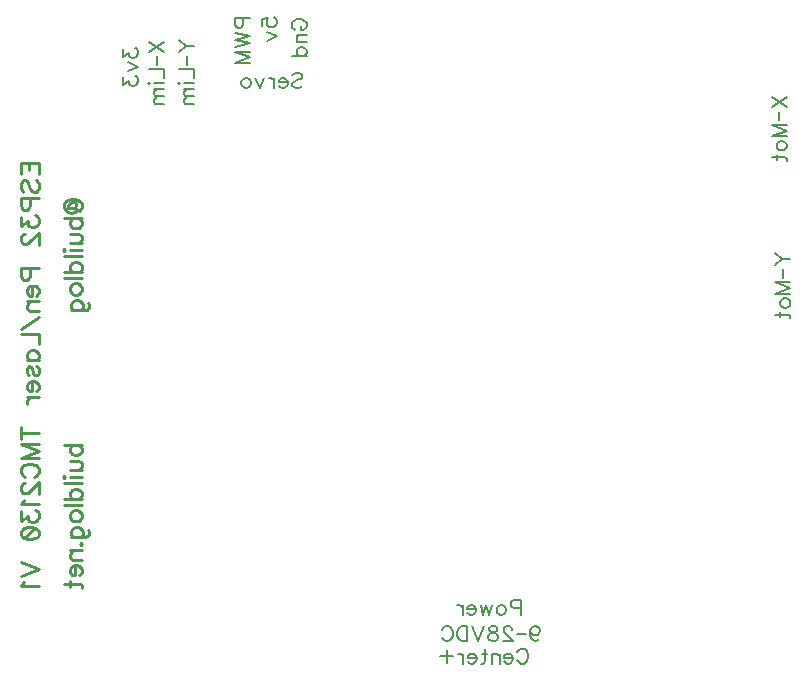
<source format=gbr>
G04 DipTrace 3.3.0.0*
G04 BottomSilk.gbr*
%MOIN*%
G04 #@! TF.FileFunction,Legend,Bot*
G04 #@! TF.Part,Single*
%ADD107C,0.00772*%
%ADD108C,0.009264*%
%FSLAX26Y26*%
G04*
G70*
G90*
G75*
G01*
G04 BotSilk*
%LPD*%
X772399Y2490385D2*
D107*
Y2464132D1*
X791522Y2478447D1*
Y2471262D1*
X793898Y2466508D1*
X796275Y2464132D1*
X803460Y2461700D1*
X808213D1*
X815398Y2464132D1*
X820207Y2468885D1*
X822583Y2476070D1*
Y2483255D1*
X820207Y2490385D1*
X817775Y2492761D1*
X813022Y2495193D1*
X789090Y2446261D2*
X822583Y2431891D1*
X789090Y2417576D1*
X772399Y2397328D2*
X772398Y2371075D1*
X791522Y2385390D1*
Y2378205D1*
X793898Y2373452D1*
X796275Y2371075D1*
X803460Y2368643D1*
X808213D1*
X815398Y2371075D1*
X820207Y2375828D1*
X822583Y2383013D1*
Y2390198D1*
X820207Y2397328D1*
X817775Y2399705D1*
X813022Y2402137D1*
X859843Y2515194D2*
X910083Y2481700D1*
X859843D2*
X910083Y2515194D1*
X884991Y2466261D2*
Y2438626D1*
X859843Y2423187D2*
X910083D1*
Y2394502D1*
X859843Y2379063D2*
X862220Y2376686D1*
X859843Y2374254D1*
X857411Y2376686D1*
X859843Y2379063D1*
X876590Y2376686D2*
X910083D1*
X876590Y2358815D2*
X910083D1*
X886152D2*
X878967Y2351630D1*
X876590Y2346822D1*
Y2339692D1*
X878967Y2334884D1*
X886152Y2332507D1*
X910083D1*
X886152D2*
X878967Y2325322D1*
X876590Y2320513D1*
Y2313384D1*
X878966Y2308575D1*
X886152Y2306143D1*
X910083D1*
X959843Y2519947D2*
X983775Y2500823D1*
X1010083D1*
X959843Y2481700D2*
X983775Y2500823D1*
X984991Y2466261D2*
Y2438626D1*
X959843Y2423187D2*
X1010083D1*
Y2394502D1*
X959843Y2379063D2*
X962220Y2376686D1*
X959843Y2374254D1*
X957411Y2376686D1*
X959843Y2379063D1*
X976590Y2376686D2*
X1010083D1*
X976590Y2358815D2*
X1010083D1*
X986152D2*
X978967Y2351630D1*
X976590Y2346822D1*
Y2339692D1*
X978967Y2334884D1*
X986152Y2332507D1*
X1010083D1*
X986152D2*
X978967Y2325322D1*
X976590Y2320513D1*
Y2313384D1*
X978966Y2308575D1*
X986152Y2306143D1*
X1010083D1*
X1173652Y2594125D2*
Y2572570D1*
X1171275Y2565440D1*
X1168843Y2563008D1*
X1164090Y2560632D1*
X1156905D1*
X1152152Y2563008D1*
X1149720Y2565440D1*
X1147343Y2572570D1*
Y2594125D1*
X1197583D1*
X1147343Y2545192D2*
X1197583Y2533199D1*
X1147343Y2521261D1*
X1197583Y2509323D1*
X1147343Y2497329D1*
X1197583Y2443643D2*
X1147343D1*
X1197583Y2462767D1*
X1147343Y2481890D1*
X1197583D1*
X1234899Y2567576D2*
Y2591452D1*
X1256398Y2593829D1*
X1254022Y2591452D1*
X1251590Y2584267D1*
Y2577138D1*
X1254022Y2569953D1*
X1258775Y2565144D1*
X1265960Y2562767D1*
X1270713D1*
X1277898Y2565144D1*
X1282707Y2569952D1*
X1285083Y2577138D1*
Y2584267D1*
X1282707Y2591452D1*
X1280275Y2593829D1*
X1275522Y2596261D1*
X1251590Y2547328D2*
X1285083Y2532958D1*
X1251590Y2518643D1*
X1346781Y2554515D2*
X1342028Y2556892D1*
X1337220Y2561700D1*
X1334843Y2566453D1*
Y2576015D1*
X1337220Y2580823D1*
X1342028Y2585576D1*
X1346781Y2588008D1*
X1353967Y2590385D1*
X1365960D1*
X1373090Y2588008D1*
X1377898Y2585576D1*
X1382651Y2580823D1*
X1385083Y2576015D1*
Y2566453D1*
X1382651Y2561700D1*
X1377898Y2556892D1*
X1373090Y2554515D1*
X1365960D1*
Y2566453D1*
X1351590Y2539076D2*
X1385083D1*
X1361152D2*
X1353967Y2531891D1*
X1351590Y2527082D1*
Y2519953D1*
X1353967Y2515144D1*
X1361152Y2512767D1*
X1385083D1*
X1334843Y2468643D2*
X1385083D1*
X1358775D2*
X1353966Y2473397D1*
X1351590Y2478205D1*
Y2485390D1*
X1353967Y2490143D1*
X1358775Y2494952D1*
X1365960Y2497328D1*
X1370713D1*
X1377898Y2494952D1*
X1382651Y2490143D1*
X1385083Y2485390D1*
Y2478205D1*
X1382651Y2473397D1*
X1377898Y2468643D1*
X1337190Y2403548D2*
X1341943Y2408356D1*
X1349128Y2410733D1*
X1358690D1*
X1365875Y2408356D1*
X1370683Y2403548D1*
Y2398795D1*
X1368251Y2393986D1*
X1365875Y2391610D1*
X1361122Y2389233D1*
X1346752Y2384425D1*
X1341943Y2382048D1*
X1339567Y2379616D1*
X1337190Y2374863D1*
Y2367678D1*
X1341943Y2362925D1*
X1349128Y2360493D1*
X1358690D1*
X1365875Y2362925D1*
X1370683Y2367678D1*
X1321751Y2379616D2*
X1293066D1*
Y2384425D1*
X1295442Y2389233D1*
X1297819Y2391610D1*
X1302627Y2393986D1*
X1309813D1*
X1314566Y2391610D1*
X1319374Y2386801D1*
X1321751Y2379616D1*
Y2374863D1*
X1319374Y2367678D1*
X1314566Y2362925D1*
X1309813Y2360493D1*
X1302627D1*
X1297819Y2362925D1*
X1293066Y2367678D1*
X1277627Y2393986D2*
Y2360493D1*
Y2379616D2*
X1275195Y2386801D1*
X1270442Y2391610D1*
X1265633Y2393986D1*
X1258448D1*
X1243009D2*
X1228639Y2360493D1*
X1214324Y2393986D1*
X1186946D2*
X1191700Y2391610D1*
X1196508Y2386801D1*
X1198885Y2379616D1*
Y2374863D1*
X1196508Y2367678D1*
X1191700Y2362925D1*
X1186946Y2360493D1*
X1179761D1*
X1174953Y2362925D1*
X1170200Y2367678D1*
X1167768Y2374863D1*
Y2379616D1*
X1170200Y2386801D1*
X1174953Y2391610D1*
X1179761Y2393986D1*
X1186946D1*
X2947343Y1809768D2*
X2971275Y1790645D1*
X2997583D1*
X2947343Y1771522D2*
X2971275Y1790645D1*
X2972491Y1756082D2*
Y1728448D1*
X2997583Y1674762D2*
X2947343D1*
X2997583Y1693885D1*
X2947343Y1713008D1*
X2997583D1*
X2964090Y1647384D2*
X2966467Y1652138D1*
X2971275Y1656946D1*
X2978460Y1659323D1*
X2983213D1*
X2990398Y1656946D1*
X2995151Y1652138D1*
X2997583Y1647384D1*
Y1640199D1*
X2995151Y1635391D1*
X2990398Y1630638D1*
X2983213Y1628206D1*
X2978460D1*
X2971275Y1630638D1*
X2966467Y1635391D1*
X2964090Y1640199D1*
Y1647384D1*
X2947343Y1605582D2*
X2988022D1*
X2995151Y1603205D1*
X2997583Y1598397D1*
Y1593643D1*
X2964090Y1612767D2*
Y1596020D1*
X2934843Y2330015D2*
X2985083Y2296522D1*
X2934843D2*
X2985083Y2330015D1*
X2959991Y2281082D2*
Y2253448D1*
X2985083Y2199762D2*
X2934843D1*
X2985083Y2218885D1*
X2934843Y2238008D1*
X2985083D1*
X2951590Y2172384D2*
X2953967Y2177138D1*
X2958775Y2181946D1*
X2965960Y2184323D1*
X2970713D1*
X2977898Y2181946D1*
X2982651Y2177138D1*
X2985083Y2172384D1*
Y2165199D1*
X2982651Y2160391D1*
X2977898Y2155638D1*
X2970713Y2153206D1*
X2965960D1*
X2958775Y2155638D1*
X2953967Y2160391D1*
X2951590Y2165199D1*
Y2172384D1*
X2934843Y2130582D2*
X2975522D1*
X2982651Y2128205D1*
X2985083Y2123397D1*
Y2118643D1*
X2951590Y2137767D2*
Y2121020D1*
X2098640Y628530D2*
X2077085D1*
X2069955Y630906D1*
X2067523Y633338D1*
X2065147Y638091D1*
Y645276D1*
X2067523Y650029D1*
X2069955Y652461D1*
X2077085Y654838D1*
X2098640D1*
Y604598D1*
X2037769Y638091D2*
X2042522Y635715D1*
X2047331Y630906D1*
X2049707Y623721D1*
Y618968D1*
X2047331Y611783D1*
X2042522Y607030D1*
X2037769Y604598D1*
X2030584D1*
X2025776Y607030D1*
X2021022Y611783D1*
X2018591Y618968D1*
Y623721D1*
X2021022Y630906D1*
X2025776Y635715D1*
X2030584Y638091D1*
X2037769D1*
X2003151D2*
X1993590Y604598D1*
X1984028Y638091D1*
X1974466Y604598D1*
X1964905Y638091D1*
X1949466Y623721D2*
X1920781D1*
Y628530D1*
X1923157Y633338D1*
X1925534Y635715D1*
X1930342Y638091D1*
X1937527D1*
X1942281Y635715D1*
X1947089Y630906D1*
X1949466Y623721D1*
Y618968D1*
X1947089Y611783D1*
X1942281Y607030D1*
X1937527Y604598D1*
X1930342D1*
X1925534Y607030D1*
X1920781Y611783D1*
X1905341Y638091D2*
Y604598D1*
Y623721D2*
X1902910Y630906D1*
X1898156Y635715D1*
X1893348Y638091D1*
X1886163D1*
X2130976Y550591D2*
X2133408Y543406D1*
X2138161Y538598D1*
X2145346Y536221D1*
X2147722D1*
X2154907Y538598D1*
X2159661Y543406D1*
X2162092Y550591D1*
Y552968D1*
X2159661Y560153D1*
X2154907Y564906D1*
X2147722Y567283D1*
X2145346D1*
X2138161Y564906D1*
X2133408Y560153D1*
X2130976Y550591D1*
Y538598D1*
X2133408Y526660D1*
X2138161Y519474D1*
X2145346Y517098D1*
X2150099D1*
X2157284Y519474D1*
X2159661Y524283D1*
X2115536Y542190D2*
X2087902D1*
X2070031Y555344D2*
Y557721D1*
X2067654Y562529D1*
X2065277Y564906D1*
X2060469Y567283D1*
X2050907D1*
X2046154Y564906D1*
X2043778Y562529D1*
X2041346Y557721D1*
Y552968D1*
X2043778Y548159D1*
X2048531Y541030D1*
X2072462Y517098D1*
X2038969D1*
X2011592Y567283D2*
X2018721Y564906D1*
X2021153Y560153D1*
Y555344D1*
X2018721Y550591D1*
X2013968Y548159D1*
X2004407Y545783D1*
X1997222Y543406D1*
X1992468Y538598D1*
X1990092Y533845D1*
Y526660D1*
X1992468Y521906D1*
X1994845Y519474D1*
X2002030Y517098D1*
X2011592D1*
X2018721Y519474D1*
X2021153Y521906D1*
X2023530Y526660D1*
Y533845D1*
X2021153Y538598D1*
X2016345Y543406D1*
X2009215Y545783D1*
X1999653Y548159D1*
X1994845Y550591D1*
X1992468Y555344D1*
Y560153D1*
X1994845Y564906D1*
X2002030Y567283D1*
X2011592D1*
X1974653Y567338D2*
X1955529Y517098D1*
X1936406Y567338D1*
X1920967D2*
Y517098D1*
X1904220D1*
X1897035Y519530D1*
X1892227Y524283D1*
X1889850Y529091D1*
X1887473Y536221D1*
Y548215D1*
X1889850Y555400D1*
X1892227Y560153D1*
X1897035Y564961D1*
X1904220Y567338D1*
X1920967D1*
X1836164Y555400D2*
X1838541Y560153D1*
X1843349Y564961D1*
X1848102Y567338D1*
X1857664D1*
X1862473Y564961D1*
X1867226Y560153D1*
X1869658Y555400D1*
X1872034Y548215D1*
Y536221D1*
X1869658Y529091D1*
X1867226Y524283D1*
X1862473Y519530D1*
X1857664Y517098D1*
X1848102D1*
X1843349Y519530D1*
X1838541Y524283D1*
X1836164Y529091D1*
X2087584Y480400D2*
X2089961Y485153D1*
X2094769Y489961D1*
X2099522Y492338D1*
X2109084D1*
X2113892Y489961D1*
X2118645Y485153D1*
X2121077Y480400D1*
X2123454Y473215D1*
Y461221D1*
X2121077Y454091D1*
X2118645Y449283D1*
X2113892Y444530D1*
X2109084Y442098D1*
X2099522D1*
X2094769Y444530D1*
X2089961Y449283D1*
X2087584Y454091D1*
X2072145Y461221D2*
X2043460D1*
Y466030D1*
X2045836Y470838D1*
X2048213Y473215D1*
X2053021Y475591D1*
X2060206D1*
X2064960Y473215D1*
X2069768Y468406D1*
X2072145Y461221D1*
Y456468D1*
X2069768Y449283D1*
X2064960Y444530D1*
X2060206Y442098D1*
X2053021D1*
X2048213Y444530D1*
X2043460Y449283D1*
X2028021Y475591D2*
Y442098D1*
Y466030D2*
X2020836Y473215D1*
X2016027Y475591D1*
X2008897D1*
X2004089Y473215D1*
X2001712Y466030D1*
Y442098D1*
X1979088Y492338D2*
Y451660D1*
X1976711Y444530D1*
X1971903Y442098D1*
X1967150D1*
X1986273Y475591D2*
X1969526D1*
X1951710Y461221D2*
X1923026D1*
Y466030D1*
X1925402Y470838D1*
X1927779Y473215D1*
X1932587Y475591D1*
X1939772D1*
X1944525Y473215D1*
X1949334Y468406D1*
X1951710Y461221D1*
Y456468D1*
X1949334Y449283D1*
X1944525Y444530D1*
X1939772Y442098D1*
X1932587D1*
X1927779Y444530D1*
X1923026Y449283D1*
X1907586Y475591D2*
Y442098D1*
Y461221D2*
X1905154Y468406D1*
X1900401Y473215D1*
X1895593Y475591D1*
X1888408D1*
X1851469Y488718D2*
Y445663D1*
X1872969Y467163D2*
X1829914D1*
X431986Y2072606D2*
D108*
Y2109880D1*
X492274D1*
Y2072606D1*
X460704Y2109880D2*
Y2086932D1*
X440608Y2013887D2*
X434838Y2019591D1*
X431986Y2028213D1*
Y2039687D1*
X434838Y2048309D1*
X440608Y2054079D1*
X446311D1*
X452082Y2051161D1*
X454934Y2048309D1*
X457785Y2042605D1*
X463556Y2025361D1*
X466407Y2019591D1*
X469326Y2016739D1*
X475030Y2013887D1*
X483652D1*
X489355Y2019591D1*
X492274Y2028213D1*
Y2039687D1*
X489355Y2048309D1*
X483652Y2054079D1*
X463556Y1995360D2*
Y1969494D1*
X460704Y1960938D1*
X457785Y1958020D1*
X452082Y1955168D1*
X443460D1*
X437756Y1958020D1*
X434838Y1960938D1*
X431986Y1969494D1*
Y1995360D1*
X492274D1*
X432052Y1930871D2*
Y1899367D1*
X455000Y1916545D1*
Y1907923D1*
X457852Y1902219D1*
X460704Y1899367D1*
X469326Y1896449D1*
X475030D1*
X483652Y1899367D1*
X489422Y1905071D1*
X492274Y1913693D1*
Y1922315D1*
X489422Y1930871D1*
X486503Y1933723D1*
X480800Y1936641D1*
X446378Y1875004D2*
X443526D1*
X437756Y1872152D1*
X434904Y1869300D1*
X432052Y1863530D1*
Y1852056D1*
X434904Y1846352D1*
X437756Y1843500D1*
X443526Y1840582D1*
X449230D1*
X455000Y1843500D1*
X463556Y1849204D1*
X492274Y1877922D1*
Y1837730D1*
X463556Y1760882D2*
Y1735016D1*
X460704Y1726460D1*
X457785Y1723542D1*
X452082Y1720690D1*
X443460D1*
X437756Y1723542D1*
X434838Y1726460D1*
X431986Y1735016D1*
Y1760882D1*
X492274D1*
X469326Y1702163D2*
Y1667741D1*
X463556D1*
X457785Y1670593D1*
X454934Y1673445D1*
X452082Y1679215D1*
Y1687837D1*
X454934Y1693541D1*
X460704Y1699311D1*
X469326Y1702163D1*
X475030D1*
X483652Y1699311D1*
X489355Y1693541D1*
X492274Y1687837D1*
Y1679215D1*
X489355Y1673445D1*
X483652Y1667741D1*
X452082Y1649214D2*
X492274D1*
X463556D2*
X454934Y1640592D1*
X452082Y1634822D1*
Y1626266D1*
X454934Y1620496D1*
X463556Y1617644D1*
X492274D1*
Y1599117D2*
X432052Y1558925D1*
X431986Y1540398D2*
X492274D1*
Y1505976D1*
X452082Y1453027D2*
X492274D1*
X460704D2*
X454934Y1458731D1*
X452082Y1464501D1*
Y1473056D1*
X454934Y1478827D1*
X460704Y1484530D1*
X469326Y1487449D1*
X475030D1*
X483652Y1484530D1*
X489355Y1478827D1*
X492274Y1473056D1*
Y1464501D1*
X489355Y1458731D1*
X483652Y1453027D1*
X460704Y1402930D2*
X454934Y1405782D1*
X452082Y1414404D1*
Y1423026D1*
X454934Y1431648D1*
X460704Y1434500D1*
X466407Y1431648D1*
X469326Y1425878D1*
X472178Y1411552D1*
X475030Y1405782D1*
X480800Y1402930D1*
X483652D1*
X489355Y1405782D1*
X492274Y1414404D1*
Y1423026D1*
X489355Y1431648D1*
X483652Y1434500D1*
X469326Y1384403D2*
Y1349981D1*
X463556D1*
X457785Y1352833D1*
X454934Y1355685D1*
X452082Y1361455D1*
Y1370077D1*
X454934Y1375781D1*
X460704Y1381551D1*
X469326Y1384403D1*
X475030D1*
X483652Y1381551D1*
X489355Y1375781D1*
X492274Y1370077D1*
Y1361455D1*
X489355Y1355685D1*
X483652Y1349981D1*
X452082Y1331454D2*
X492274D1*
X469326D2*
X460704Y1328535D1*
X454934Y1322832D1*
X452082Y1317061D1*
Y1308439D1*
X431986Y1211495D2*
X492274D1*
X431986Y1231591D2*
Y1191399D1*
X492274Y1126976D2*
X431986D1*
X492274Y1149924D1*
X431986Y1172872D1*
X492274D1*
X446311Y1065405D2*
X440608Y1068257D1*
X434838Y1074027D1*
X431986Y1079731D1*
Y1091205D1*
X434838Y1096975D1*
X440608Y1102679D1*
X446311Y1105597D1*
X454934Y1108449D1*
X469326D1*
X477881Y1105597D1*
X483652Y1102679D1*
X489355Y1096975D1*
X492274Y1091205D1*
Y1079731D1*
X489355Y1074027D1*
X483652Y1068257D1*
X477881Y1065405D1*
X446378Y1043960D2*
X443526D1*
X437756Y1041108D1*
X434904Y1038256D1*
X432052Y1032486D1*
Y1021012D1*
X434904Y1015308D1*
X437756Y1012456D1*
X443526Y1009538D1*
X449230D1*
X455000Y1012456D1*
X463556Y1018160D1*
X492274Y1046878D1*
Y1006686D1*
X443526Y988159D2*
X440608Y982389D1*
X432052Y973767D1*
X492274D1*
X432052Y949470D2*
Y917966D1*
X455000Y935144D1*
Y926522D1*
X457852Y920818D1*
X460704Y917966D1*
X469326Y915048D1*
X475030D1*
X483652Y917966D1*
X489422Y923670D1*
X492274Y932292D1*
Y940914D1*
X489422Y949470D1*
X486503Y952321D1*
X480800Y955240D1*
X432052Y879277D2*
X434904Y887899D1*
X443526Y893669D1*
X457852Y896521D1*
X466474D1*
X480800Y893669D1*
X489422Y887899D1*
X492274Y879277D1*
Y873573D1*
X489422Y864951D1*
X480800Y859247D1*
X466474Y856329D1*
X457852D1*
X443526Y859247D1*
X434904Y864951D1*
X432052Y873573D1*
Y879277D1*
X443526Y859247D2*
X480800Y893669D1*
X431986Y779480D2*
X492274Y756532D1*
X431986Y733585D1*
X443526Y715058D2*
X440608Y709287D1*
X432052Y700665D1*
X492274D1*
X575735Y1170869D2*
X636023D1*
X604453D2*
X598683Y1165099D1*
X595831Y1159395D1*
Y1150773D1*
X598683Y1145069D1*
X604453Y1139299D1*
X613075Y1136447D1*
X618779D1*
X627401Y1139299D1*
X633105Y1145069D1*
X636023Y1150773D1*
Y1159395D1*
X633105Y1165099D1*
X627401Y1170869D1*
X595831Y1117920D2*
X624549D1*
X633105Y1115068D1*
X636023Y1109298D1*
Y1100676D1*
X633105Y1094972D1*
X624549Y1086350D1*
X595831D2*
X636023D1*
X575735Y1067823D2*
X578587Y1064971D1*
X575735Y1062053D1*
X572817Y1064971D1*
X575735Y1067823D1*
X595831Y1064971D2*
X636023D1*
X575735Y1043526D2*
X636023D1*
X575735Y990577D2*
X636023D1*
X604453D2*
X598683Y996281D1*
X595831Y1002051D1*
Y1010673D1*
X598683Y1016377D1*
X604453Y1022147D1*
X613075Y1024999D1*
X618779D1*
X627401Y1022147D1*
X633105Y1016377D1*
X636023Y1010673D1*
Y1002051D1*
X633105Y996281D1*
X627401Y990577D1*
X575735Y972050D2*
X636023D1*
X595831Y939197D2*
X598683Y944901D1*
X604453Y950671D1*
X613075Y953523D1*
X618779D1*
X627401Y950671D1*
X633105Y944901D1*
X636023Y939197D1*
Y930575D1*
X633105Y924805D1*
X627401Y919101D1*
X618779Y916182D1*
X613075D1*
X604453Y919101D1*
X598683Y924805D1*
X595831Y930575D1*
Y939197D1*
X598683Y863234D2*
X644645Y863233D1*
X653201Y866085D1*
X656119Y868937D1*
X658971Y874707D1*
Y883329D1*
X656119Y889033D1*
X607305Y863234D2*
X601601Y868937D1*
X598683Y874707D1*
Y883330D1*
X601601Y889033D1*
X607305Y894803D1*
X615927Y897655D1*
X621697D1*
X630253Y894803D1*
X636023Y889033D1*
X638875Y883329D1*
Y874707D1*
X636023Y868937D1*
X630253Y863233D1*
Y841854D2*
X633171Y844706D1*
X636023Y841854D1*
X633171Y838936D1*
X630253Y841854D1*
X595831Y820409D2*
X636023D1*
X607305D2*
X598683Y811787D1*
X595831Y806017D1*
Y797461D1*
X598683Y791691D1*
X607305Y788839D1*
X636023D1*
X613075Y770312D2*
Y735890D1*
X607305D1*
X601535Y738742D1*
X598683Y741594D1*
X595831Y747364D1*
Y755986D1*
X598683Y761690D1*
X604453Y767460D1*
X613075Y770312D1*
X618779D1*
X627401Y767460D1*
X633105Y761690D1*
X636023Y755986D1*
Y747364D1*
X633105Y741594D1*
X627401Y735890D1*
X575735Y708741D2*
X624549D1*
X633105Y705889D1*
X636023Y700119D1*
Y694415D1*
X595831Y717363D2*
Y697267D1*
X590127Y1959904D2*
Y1968526D1*
X592979Y1974230D1*
X595831Y1977148D1*
X601601Y1980000D1*
X613075D1*
X615927Y1977148D1*
Y1971378D1*
X613075Y1959904D1*
X618779Y1957052D1*
Y1954200D1*
X613075Y1948430D1*
X598749Y1945578D1*
X590127Y1948430D1*
X584357Y1951282D1*
X578653Y1957052D1*
X575801Y1962756D1*
Y1974230D1*
X578653Y1980000D1*
X584357Y1985703D1*
X590127Y1988622D1*
X598749Y1991474D1*
X613075D1*
X621697Y1988622D1*
X627401Y1985703D1*
X633171Y1980000D1*
X636023Y1974230D1*
Y1962756D1*
X633171Y1957052D1*
X627401Y1951282D1*
X587275Y1959904D2*
X613075D1*
X575735Y1927051D2*
X636023D1*
X604453D2*
X598683Y1921281D1*
X595831Y1915577D1*
Y1906955D1*
X598683Y1901251D1*
X604453Y1895481D1*
X613075Y1892629D1*
X618779D1*
X627401Y1895481D1*
X633105Y1901251D1*
X636023Y1906955D1*
Y1915577D1*
X633105Y1921281D1*
X627401Y1927051D1*
X595831Y1874102D2*
X624549D1*
X633105Y1871250D1*
X636023Y1865480D1*
Y1856858D1*
X633105Y1851154D1*
X624549Y1842532D1*
X595831D2*
X636023D1*
X575735Y1824005D2*
X578587Y1821153D1*
X575735Y1818235D1*
X572817Y1821153D1*
X575735Y1824005D1*
X595831Y1821153D2*
X636023D1*
X575735Y1799707D2*
X636023D1*
X575735Y1746759D2*
X636023Y1746758D1*
X604453Y1746759D2*
X598683Y1752462D1*
X595831Y1758232D1*
Y1766855D1*
X598683Y1772558D1*
X604453Y1778328D1*
X613075Y1781180D1*
X618779D1*
X627401Y1778328D1*
X633105Y1772558D1*
X636023Y1766854D1*
Y1758232D1*
X633105Y1752462D1*
X627401Y1746758D1*
X575735Y1728231D2*
X636023D1*
X595831Y1695378D2*
X598683Y1701082D1*
X604453Y1706852D1*
X613075Y1709704D1*
X618779D1*
X627401Y1706852D1*
X633105Y1701082D1*
X636023Y1695378D1*
Y1686756D1*
X633105Y1680986D1*
X627401Y1675282D1*
X618779Y1672364D1*
X613075D1*
X604453Y1675282D1*
X598683Y1680986D1*
X595831Y1686756D1*
Y1695378D1*
X598683Y1619415D2*
X644645D1*
X653201Y1622267D1*
X656119Y1625119D1*
X658971Y1630889D1*
Y1639511D1*
X656119Y1645215D1*
X607305Y1619415D2*
X601601Y1625119D1*
X598683Y1630889D1*
Y1639511D1*
X601601Y1645215D1*
X607305Y1650985D1*
X615927Y1653837D1*
X621697D1*
X630253Y1650985D1*
X636023Y1645215D1*
X638875Y1639511D1*
Y1630889D1*
X636023Y1625119D1*
X630253Y1619415D1*
M02*

</source>
